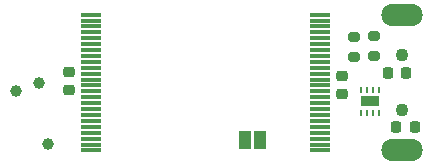
<source format=gbr>
%TF.GenerationSoftware,KiCad,Pcbnew,7.0.7*%
%TF.CreationDate,2024-04-01T13:08:00+02:00*%
%TF.ProjectId,ovrdrive,6f767264-7269-4766-952e-6b696361645f,rev?*%
%TF.SameCoordinates,Original*%
%TF.FileFunction,Soldermask,Bot*%
%TF.FilePolarity,Negative*%
%FSLAX46Y46*%
G04 Gerber Fmt 4.6, Leading zero omitted, Abs format (unit mm)*
G04 Created by KiCad (PCBNEW 7.0.7) date 2024-04-01 13:08:00*
%MOMM*%
%LPD*%
G01*
G04 APERTURE LIST*
G04 Aperture macros list*
%AMRoundRect*
0 Rectangle with rounded corners*
0 $1 Rounding radius*
0 $2 $3 $4 $5 $6 $7 $8 $9 X,Y pos of 4 corners*
0 Add a 4 corners polygon primitive as box body*
4,1,4,$2,$3,$4,$5,$6,$7,$8,$9,$2,$3,0*
0 Add four circle primitives for the rounded corners*
1,1,$1+$1,$2,$3*
1,1,$1+$1,$4,$5*
1,1,$1+$1,$6,$7*
1,1,$1+$1,$8,$9*
0 Add four rect primitives between the rounded corners*
20,1,$1+$1,$2,$3,$4,$5,0*
20,1,$1+$1,$4,$5,$6,$7,0*
20,1,$1+$1,$6,$7,$8,$9,0*
20,1,$1+$1,$8,$9,$2,$3,0*%
G04 Aperture macros list end*
%ADD10C,1.100000*%
%ADD11O,3.500000X1.900000*%
%ADD12C,0.990600*%
%ADD13RoundRect,0.200000X0.275000X-0.200000X0.275000X0.200000X-0.275000X0.200000X-0.275000X-0.200000X0*%
%ADD14RoundRect,0.225000X-0.250000X0.225000X-0.250000X-0.225000X0.250000X-0.225000X0.250000X0.225000X0*%
%ADD15R,1.000000X1.500000*%
%ADD16RoundRect,0.200000X-0.275000X0.200000X-0.275000X-0.200000X0.275000X-0.200000X0.275000X0.200000X0*%
%ADD17RoundRect,0.011200X0.768800X0.128800X-0.768800X0.128800X-0.768800X-0.128800X0.768800X-0.128800X0*%
%ADD18RoundRect,0.225000X-0.225000X-0.250000X0.225000X-0.250000X0.225000X0.250000X-0.225000X0.250000X0*%
%ADD19R,0.250000X0.500000*%
%ADD20R,1.600000X0.900000*%
G04 APERTURE END LIST*
D10*
%TO.C,J1*%
X142100000Y-101900000D03*
X142100000Y-106500000D03*
D11*
X142100000Y-98500000D03*
X142100000Y-109900000D03*
%TD*%
D12*
%TO.C,J3*%
X112131070Y-109376227D03*
X109438880Y-104950081D03*
X111348336Y-104255096D03*
%TD*%
D13*
%TO.C,R14*%
X139700000Y-101925000D03*
X139700000Y-100275000D03*
%TD*%
D14*
%TO.C,C2*%
X113900000Y-103275000D03*
X113900000Y-104825000D03*
%TD*%
D15*
%TO.C,JP1*%
X128800000Y-109050000D03*
X130100000Y-109050000D03*
%TD*%
D16*
%TO.C,R15*%
X138000000Y-100375000D03*
X138000000Y-102025000D03*
%TD*%
D14*
%TO.C,C1*%
X137000000Y-103625000D03*
X137000000Y-105175000D03*
%TD*%
D17*
%TO.C,U2*%
X135127500Y-98450000D03*
X135127500Y-98950000D03*
X135127500Y-99450000D03*
X135127500Y-99950000D03*
X135127500Y-100450000D03*
X135127500Y-100950000D03*
X135127500Y-101450000D03*
X135127500Y-101950000D03*
X135127500Y-102450000D03*
X135127500Y-102950000D03*
X135127500Y-103450000D03*
X135127500Y-103950000D03*
X135127500Y-104450000D03*
X135127500Y-104950000D03*
X135127500Y-105450000D03*
X135127500Y-105950000D03*
X135127500Y-106450000D03*
X135127500Y-106950000D03*
X135127500Y-107450000D03*
X135127500Y-107950000D03*
X135127500Y-108450000D03*
X135127500Y-108950000D03*
X135127500Y-109450000D03*
X135127500Y-109950000D03*
X115767500Y-109950000D03*
X115767500Y-109450000D03*
X115767500Y-108950000D03*
X115767500Y-108450000D03*
X115767500Y-107950000D03*
X115767500Y-107450000D03*
X115767500Y-106950000D03*
X115767500Y-106450000D03*
X115767500Y-105950000D03*
X115767500Y-105450000D03*
X115767500Y-104950000D03*
X115767500Y-104450000D03*
X115767500Y-103950000D03*
X115767500Y-103450000D03*
X115767500Y-102950000D03*
X115767500Y-102450000D03*
X115767500Y-101950000D03*
X115767500Y-101450000D03*
X115767500Y-100950000D03*
X115767500Y-100450000D03*
X115767500Y-99950000D03*
X115767500Y-99450000D03*
X115767500Y-98950000D03*
X115767500Y-98450000D03*
%TD*%
D18*
%TO.C,C16*%
X140925000Y-103400000D03*
X142475000Y-103400000D03*
%TD*%
D19*
%TO.C,U5*%
X140150000Y-106750000D03*
X139650000Y-106750000D03*
X139150000Y-106750000D03*
X138650000Y-106750000D03*
X138650000Y-104850000D03*
X139150000Y-104850000D03*
X139650000Y-104850000D03*
X140150000Y-104850000D03*
D20*
X139400000Y-105800000D03*
%TD*%
D18*
%TO.C,C15*%
X141625000Y-108000000D03*
X143175000Y-108000000D03*
%TD*%
M02*

</source>
